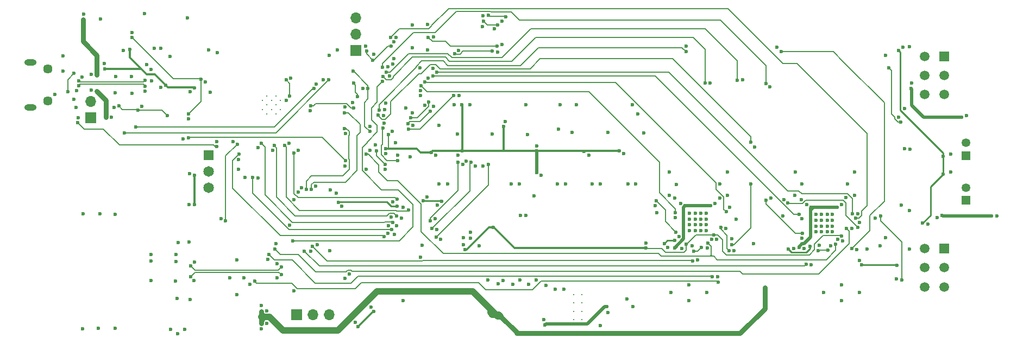
<source format=gbl>
G04 #@! TF.GenerationSoftware,KiCad,Pcbnew,7.0.5-4d25ed1034~172~ubuntu22.04.1*
G04 #@! TF.CreationDate,2023-05-31T11:26:29+02:00*
G04 #@! TF.ProjectId,Drawer_Controller,44726177-6572-45f4-936f-6e74726f6c6c,rev?*
G04 #@! TF.SameCoordinates,Original*
G04 #@! TF.FileFunction,Copper,L4,Bot*
G04 #@! TF.FilePolarity,Positive*
%FSLAX46Y46*%
G04 Gerber Fmt 4.6, Leading zero omitted, Abs format (unit mm)*
G04 Created by KiCad (PCBNEW 7.0.5-4d25ed1034~172~ubuntu22.04.1) date 2023-05-31 11:26:29*
%MOMM*%
%LPD*%
G01*
G04 APERTURE LIST*
G04 #@! TA.AperFunction,ComponentPad*
%ADD10C,0.300000*%
G04 #@! TD*
G04 #@! TA.AperFunction,ComponentPad*
%ADD11R,1.650000X1.650000*%
G04 #@! TD*
G04 #@! TA.AperFunction,ComponentPad*
%ADD12C,1.650000*%
G04 #@! TD*
G04 #@! TA.AperFunction,ComponentPad*
%ADD13R,1.700000X1.700000*%
G04 #@! TD*
G04 #@! TA.AperFunction,ComponentPad*
%ADD14O,1.700000X1.700000*%
G04 #@! TD*
G04 #@! TA.AperFunction,ComponentPad*
%ADD15R,1.520000X1.520000*%
G04 #@! TD*
G04 #@! TA.AperFunction,ComponentPad*
%ADD16C,1.520000*%
G04 #@! TD*
G04 #@! TA.AperFunction,ComponentPad*
%ADD17R,1.350000X1.350000*%
G04 #@! TD*
G04 #@! TA.AperFunction,ComponentPad*
%ADD18C,1.350000*%
G04 #@! TD*
G04 #@! TA.AperFunction,ComponentPad*
%ADD19C,1.450000*%
G04 #@! TD*
G04 #@! TA.AperFunction,ComponentPad*
%ADD20O,1.900000X0.950000*%
G04 #@! TD*
G04 #@! TA.AperFunction,ViaPad*
%ADD21C,0.600000*%
G04 #@! TD*
G04 #@! TA.AperFunction,Conductor*
%ADD22C,0.750000*%
G04 #@! TD*
G04 #@! TA.AperFunction,Conductor*
%ADD23C,0.180000*%
G04 #@! TD*
G04 #@! TA.AperFunction,Conductor*
%ADD24C,1.000000*%
G04 #@! TD*
G04 #@! TA.AperFunction,Conductor*
%ADD25C,0.350000*%
G04 #@! TD*
G04 #@! TA.AperFunction,Conductor*
%ADD26C,0.500000*%
G04 #@! TD*
G04 #@! TA.AperFunction,Conductor*
%ADD27C,0.250000*%
G04 #@! TD*
G04 #@! TA.AperFunction,Conductor*
%ADD28C,0.200000*%
G04 #@! TD*
G04 #@! TA.AperFunction,Conductor*
%ADD29C,0.153000*%
G04 #@! TD*
G04 APERTURE END LIST*
D10*
X204950000Y-142187500D03*
X206250000Y-142187500D03*
X204950000Y-143487500D03*
X206250000Y-143487500D03*
X204950000Y-144787500D03*
X206250000Y-144787500D03*
X204950000Y-146087500D03*
X206250000Y-146087500D03*
D11*
X148080000Y-120460000D03*
D12*
X148080000Y-123000000D03*
X148080000Y-125540000D03*
D13*
X161760000Y-145300000D03*
D14*
X164300000Y-145300000D03*
X166840000Y-145300000D03*
D10*
X157150000Y-111200000D03*
X158550000Y-111200000D03*
X156450000Y-111900000D03*
X157850000Y-111900000D03*
X159250000Y-111900000D03*
X157150000Y-112600000D03*
X158550000Y-112600000D03*
X156450000Y-113300000D03*
X157850000Y-113300000D03*
X159250000Y-113300000D03*
X157150000Y-114000000D03*
X158550000Y-114000000D03*
D15*
X262680000Y-105000000D03*
D16*
X262680000Y-108000000D03*
X262680000Y-111000000D03*
X259680000Y-105000000D03*
X259680000Y-108000000D03*
X259680000Y-111000000D03*
D13*
X171000000Y-104080000D03*
D14*
X171000000Y-101540000D03*
X171000000Y-99000000D03*
D13*
X129700000Y-114600000D03*
D14*
X129700000Y-112060000D03*
D17*
X266050000Y-120500000D03*
D18*
X266050000Y-118500000D03*
D15*
X262680000Y-135000000D03*
D16*
X262680000Y-138000000D03*
X262680000Y-141000000D03*
X259680000Y-135000000D03*
X259680000Y-138000000D03*
X259680000Y-141000000D03*
D17*
X266050000Y-127500000D03*
D18*
X266050000Y-125500000D03*
D19*
X123000000Y-107000000D03*
X123000000Y-112000000D03*
D20*
X120300000Y-106000000D03*
X120300000Y-113000000D03*
D21*
X184400000Y-127600000D03*
X246000000Y-128550000D03*
X166975000Y-135375000D03*
X135800000Y-103924500D03*
X226838887Y-132844568D03*
X249850000Y-137550000D03*
X168300000Y-127800000D03*
X171350000Y-147200000D03*
X145890000Y-109900000D03*
X177411472Y-128388528D03*
X145850000Y-128150000D03*
X173800000Y-144850000D03*
X255300000Y-137600000D03*
X145900000Y-123550000D03*
X188000000Y-135210500D03*
X255600000Y-104100000D03*
X262500000Y-123400000D03*
X246734292Y-133069776D03*
X216200000Y-134950000D03*
X259350000Y-131050000D03*
X222500000Y-134300000D03*
X192450000Y-131700000D03*
X131900000Y-106950000D03*
X141350000Y-109500000D03*
X262500000Y-120600000D03*
X181541840Y-127558160D03*
X198750000Y-126775000D03*
X222900000Y-143100000D03*
X136131474Y-101300712D03*
X223900000Y-129500000D03*
X233189500Y-119130594D03*
X133500000Y-110700000D03*
X149400000Y-104400000D03*
X160700000Y-131350000D03*
X223000000Y-129500000D03*
X140600000Y-103800000D03*
X226438891Y-133570254D03*
X190850000Y-122100000D03*
X129775500Y-110300000D03*
X136100000Y-110750000D03*
X183700000Y-128197074D03*
X158700000Y-139550000D03*
X165971150Y-108695170D03*
X202550000Y-116350000D03*
X145050497Y-128150000D03*
X153600000Y-139600000D03*
X166900000Y-104900000D03*
X162529118Y-125539814D03*
X197500000Y-112600000D03*
X248700000Y-123100000D03*
X257611365Y-109202856D03*
X139050000Y-136950000D03*
X243600000Y-132400000D03*
X154466547Y-140614845D03*
X176900000Y-105400000D03*
X222900000Y-140700000D03*
X169305646Y-122093916D03*
X227700000Y-127150000D03*
X187750000Y-133300000D03*
X257400000Y-119500000D03*
X139050000Y-140000000D03*
X179900000Y-115810500D03*
X210272146Y-144962808D03*
X229615335Y-133438517D03*
X187758530Y-134448335D03*
X137650000Y-112800000D03*
X270899503Y-129950000D03*
X225700000Y-141900000D03*
X158567519Y-134268245D03*
X193750000Y-99500000D03*
X227224695Y-133544822D03*
X157150000Y-144700000D03*
X192250000Y-117100000D03*
X224800000Y-132200000D03*
X205350000Y-112550000D03*
X246700000Y-140700000D03*
X193225000Y-140525000D03*
X178400000Y-143100000D03*
X224800000Y-129500000D03*
X249492452Y-136834903D03*
X160597571Y-118539361D03*
X142900000Y-140100000D03*
X220750000Y-127150000D03*
X177050000Y-132800000D03*
X196500000Y-124950000D03*
X175550000Y-122639003D03*
X246134500Y-133598411D03*
X138149500Y-110449497D03*
X255219861Y-139725906D03*
X242700000Y-130600000D03*
X220100000Y-141900000D03*
X145790847Y-140031089D03*
X240858411Y-134975500D03*
X161400000Y-127400000D03*
X214100000Y-112550000D03*
X164720493Y-125245828D03*
X163980360Y-135418741D03*
X245300000Y-131500000D03*
X178100000Y-130260500D03*
X194296928Y-115207680D03*
X244500000Y-129700000D03*
X187116840Y-111116840D03*
X253600000Y-133300000D03*
X237751506Y-127367827D03*
X182107174Y-126948074D03*
X176650000Y-116700000D03*
X173350000Y-144175500D03*
X207850000Y-124950000D03*
X249500000Y-141900000D03*
X186850000Y-117150000D03*
X183007218Y-106868660D03*
X176251806Y-108086619D03*
X240500000Y-124900000D03*
X139600000Y-103800000D03*
X152500000Y-136800000D03*
X242000000Y-137566840D03*
X188850000Y-133375000D03*
X160165662Y-111850000D03*
X247600000Y-124900000D03*
X138050000Y-98350000D03*
X204700000Y-116900000D03*
X128500000Y-129550000D03*
X220800000Y-130175500D03*
X172565172Y-103417005D03*
X185300000Y-124950000D03*
X181050000Y-111150000D03*
X228900000Y-123100000D03*
X142050000Y-105025000D03*
X245300000Y-132400000D03*
X186300000Y-112600000D03*
X164855585Y-109361012D03*
X142950000Y-137000000D03*
X176800000Y-106200000D03*
X193750000Y-103189500D03*
X133329646Y-113009988D03*
X263700000Y-120300000D03*
X243267519Y-134518245D03*
X227417297Y-139416383D03*
X243600000Y-130600000D03*
X256500000Y-119400000D03*
X213300000Y-142850000D03*
X244500000Y-130600000D03*
X186950000Y-120474500D03*
X169300000Y-139700000D03*
X186998494Y-104067826D03*
X145128669Y-123339637D03*
X244500000Y-132400000D03*
X193090474Y-104359525D03*
X251912626Y-130262626D03*
X189600000Y-122150000D03*
X144083160Y-117916840D03*
X145831160Y-137102444D03*
X190699196Y-100374196D03*
X177319635Y-131461000D03*
X140651109Y-109888272D03*
X247415967Y-127084033D03*
X197975000Y-140550000D03*
X133500000Y-147450000D03*
X197475000Y-129800000D03*
X193950000Y-139975000D03*
X179500000Y-120700000D03*
X144750000Y-99050000D03*
X184242320Y-133546928D03*
X125350000Y-104950000D03*
X200294662Y-146090087D03*
X236600000Y-103610500D03*
X131768563Y-106161376D03*
X257300000Y-135100000D03*
X225600000Y-130400000D03*
X155791515Y-119254977D03*
X227750000Y-124950000D03*
X245300000Y-129700000D03*
X199887673Y-123557812D03*
X257300000Y-103500000D03*
X170961204Y-146501400D03*
X228650906Y-131858466D03*
X161358160Y-141591840D03*
X199200000Y-119000497D03*
X151400000Y-139600000D03*
X230300000Y-130400000D03*
X246911223Y-133849456D03*
X263700000Y-123100000D03*
X188875000Y-132450000D03*
X175450500Y-115429500D03*
X183424509Y-120474500D03*
X242700000Y-129700000D03*
X127450000Y-110326000D03*
X239500000Y-123100000D03*
X202850000Y-112600000D03*
X158700000Y-137389500D03*
X162000000Y-126200000D03*
X181050000Y-110400000D03*
X177152516Y-118520407D03*
X229250000Y-128600000D03*
X243600000Y-131500000D03*
X139050000Y-135950000D03*
X152500000Y-142200000D03*
X225760839Y-134940175D03*
X182211116Y-104017547D03*
X250700000Y-135100000D03*
X223900000Y-131300000D03*
X248300000Y-131841245D03*
X176033691Y-106658131D03*
X131100000Y-129600000D03*
X174100000Y-118850000D03*
X173239002Y-115959300D03*
X219585357Y-134845311D03*
X157321384Y-136689090D03*
X156308102Y-147530986D03*
X168000000Y-126400000D03*
X160888002Y-108392499D03*
X223900000Y-132200000D03*
X252700000Y-134600000D03*
X143250000Y-148300000D03*
X191550000Y-139925000D03*
X176738621Y-127762832D03*
X181750000Y-112650000D03*
X261600000Y-130150000D03*
X196625000Y-129825000D03*
X223900000Y-130400000D03*
X145150000Y-142975000D03*
X125400000Y-107300000D03*
X217698086Y-128342980D03*
X149972159Y-130369163D03*
X217900000Y-129400000D03*
X210300000Y-116900000D03*
X181000000Y-106850000D03*
X255600000Y-114500000D03*
X229946219Y-135372384D03*
X170000000Y-139000000D03*
X219900000Y-123100000D03*
X209100000Y-147050000D03*
X249264789Y-129583442D03*
X221000000Y-125000000D03*
X190850000Y-98650000D03*
X225600000Y-129500000D03*
X196550000Y-139925000D03*
X181100000Y-136400000D03*
X240512812Y-133433518D03*
X149362913Y-118289330D03*
X153700000Y-123900000D03*
X245000000Y-134600000D03*
X192600000Y-100700000D03*
X207303939Y-120474500D03*
X127400000Y-112950000D03*
X243900000Y-141900000D03*
X223000000Y-131300000D03*
X231300000Y-108650000D03*
X143125000Y-142800000D03*
X240400000Y-127350000D03*
X129775500Y-107850000D03*
X147539602Y-109029702D03*
X155750000Y-124000000D03*
X225600000Y-132200000D03*
X235696212Y-127162995D03*
X195250000Y-124950000D03*
X130900000Y-147450000D03*
X248700000Y-126700000D03*
X187700000Y-121900000D03*
X256300000Y-103550000D03*
X225600000Y-131300000D03*
X202400000Y-124900000D03*
X199100000Y-139925000D03*
X176019493Y-132644597D03*
X224292134Y-136810538D03*
X139100000Y-107050000D03*
X156300000Y-143900000D03*
X132924500Y-114500000D03*
X213400000Y-124950000D03*
X202075000Y-141375000D03*
X164974082Y-134449995D03*
X175650000Y-120200000D03*
X151837087Y-118289330D03*
X232950000Y-134250000D03*
X216200000Y-134150497D03*
X260135317Y-131199938D03*
X183641467Y-132013067D03*
X256500000Y-113200000D03*
X176550000Y-130118885D03*
X163927616Y-113496219D03*
X219900000Y-126700000D03*
X245300000Y-130600000D03*
X242700000Y-131500000D03*
X209150000Y-124950000D03*
X169349502Y-112947236D03*
X124100000Y-110950000D03*
X170493205Y-112266023D03*
X177246073Y-102087607D03*
X144350000Y-147650000D03*
X178400000Y-128559385D03*
X179847938Y-113832936D03*
X175300000Y-114250000D03*
X133550000Y-108200000D03*
X246700000Y-143100000D03*
X197750000Y-117200000D03*
X173830466Y-104734962D03*
X168799446Y-128424306D03*
X223000000Y-132200000D03*
X175650000Y-112350000D03*
X128450000Y-147500000D03*
X188750000Y-112600000D03*
X223000000Y-130400000D03*
X246681149Y-128131383D03*
X145225500Y-110544722D03*
X167000000Y-125900000D03*
X177500000Y-120400000D03*
X249087060Y-135160643D03*
X253580500Y-104900000D03*
X168100000Y-104000000D03*
X127763067Y-114558533D03*
X128567071Y-98428075D03*
X228900000Y-126700000D03*
X172083408Y-110067089D03*
X131200000Y-99150000D03*
X226990593Y-127947154D03*
X173200000Y-119700000D03*
X181300000Y-134500000D03*
X235500000Y-109800000D03*
X136050000Y-108200000D03*
X162067822Y-119660434D03*
X215900000Y-116950000D03*
X169367519Y-117081755D03*
X184000000Y-124950000D03*
X176943740Y-102771045D03*
X188158533Y-121386933D03*
X144950000Y-114799503D03*
X152700000Y-122600000D03*
X221800000Y-135000000D03*
X152741840Y-121141840D03*
X176100000Y-131407570D03*
X222467089Y-103433408D03*
X182217500Y-100017500D03*
X183380594Y-130375292D03*
X256000000Y-128200000D03*
X239400000Y-126700000D03*
X226247147Y-109211319D03*
X241292641Y-128177379D03*
X143300000Y-134050000D03*
X133500000Y-129650000D03*
X221344742Y-133145304D03*
X182275000Y-108427660D03*
X157131714Y-146699500D03*
X128351619Y-108221774D03*
X145050000Y-134025000D03*
X134800000Y-104074500D03*
X214225000Y-144050000D03*
X183122238Y-102024300D03*
X179800000Y-100100000D03*
X195475000Y-140550000D03*
X257300000Y-129100000D03*
X223448909Y-134576874D03*
X214650000Y-124950000D03*
X243600000Y-129700000D03*
X224800000Y-130400000D03*
X158015470Y-119681207D03*
X242700000Y-132400000D03*
X224800000Y-131300000D03*
X138450000Y-106324500D03*
X172600000Y-122600000D03*
X240500000Y-130375500D03*
X178780300Y-113044840D03*
X175500000Y-113350000D03*
X190225000Y-134550000D03*
X237600000Y-129900000D03*
X212765097Y-120157549D03*
X148350000Y-110650000D03*
X148050000Y-103975000D03*
X221663665Y-127939942D03*
X142150000Y-147650000D03*
X203400000Y-141350000D03*
X214950000Y-114000000D03*
X139175000Y-108825000D03*
X203650000Y-124900000D03*
X183950000Y-115750000D03*
X179800000Y-103700000D03*
X127050000Y-111750000D03*
X183100000Y-112800000D03*
X249509975Y-130938534D03*
X266204977Y-114245023D03*
X244500000Y-131500000D03*
X142950000Y-135950000D03*
X239250500Y-134975500D03*
X200625000Y-140750000D03*
X170650000Y-109200000D03*
X265400000Y-114500000D03*
X174200000Y-119800000D03*
X176500000Y-103436100D03*
X199200000Y-123150000D03*
X175550000Y-121839500D03*
X128500000Y-99300000D03*
X262351367Y-129876776D03*
X130650000Y-110450000D03*
X270100000Y-129950000D03*
X171300000Y-111315100D03*
X187600000Y-119800000D03*
X132050000Y-114500000D03*
X199200000Y-119800000D03*
X173650000Y-105600000D03*
X130650000Y-107950000D03*
X172673680Y-104223681D03*
X182750000Y-120000000D03*
X194000000Y-115950000D03*
X175703182Y-119402268D03*
X206600000Y-119850000D03*
X212050000Y-119800000D03*
X176050000Y-117250000D03*
X257550000Y-110000000D03*
X187550000Y-112600000D03*
X179200000Y-116400000D03*
X256100000Y-139900000D03*
X252775500Y-129900000D03*
X186275000Y-111125000D03*
X179150000Y-115500000D03*
X182600000Y-113600000D03*
X179600000Y-114631000D03*
X182381089Y-112159153D03*
X192300000Y-145300000D03*
X242000000Y-128550000D03*
X156250000Y-145700000D03*
X192000000Y-144450000D03*
X220700000Y-134900000D03*
X193500000Y-145550000D03*
X234750000Y-142650000D03*
X234750000Y-141900000D03*
X156250000Y-146650000D03*
X156250000Y-144800000D03*
X222350000Y-128350000D03*
X240066118Y-134868377D03*
X234750000Y-141100000D03*
X226300000Y-128350000D03*
X136150000Y-102100000D03*
X146900000Y-108550000D03*
X144950000Y-114000000D03*
X127100000Y-107650000D03*
X126100000Y-110550000D03*
X127800000Y-109600000D03*
X138146451Y-109650000D03*
X138150000Y-108750000D03*
X127800000Y-108800497D03*
X134086672Y-112752856D03*
X141600000Y-114250000D03*
X137100000Y-113450000D03*
X161150000Y-133800000D03*
X175122564Y-108962775D03*
X186433160Y-104633160D03*
X192302411Y-104224761D03*
X190900000Y-99500000D03*
X193137804Y-100108416D03*
X177500000Y-121250000D03*
X175204675Y-116190272D03*
X194377952Y-98820655D03*
X254100000Y-106800000D03*
X255914939Y-115234859D03*
X191702762Y-98577473D03*
X182300000Y-102069800D03*
X192984366Y-103419737D03*
X134900000Y-116950000D03*
X166800000Y-108700000D03*
X136750000Y-116000000D03*
X164450000Y-110050000D03*
X144900000Y-117700000D03*
X169400000Y-121300000D03*
X127650000Y-115350000D03*
X149344505Y-119088620D03*
X220800000Y-129375997D03*
X181171726Y-109601908D03*
X245758474Y-134347175D03*
X172634666Y-120265334D03*
X225889500Y-134151092D03*
X232600000Y-124900000D03*
X229557080Y-134397583D03*
X174479265Y-114213410D03*
X232600000Y-118400000D03*
X240130430Y-129666541D03*
X183003725Y-108062595D03*
X248312500Y-134962500D03*
X222450000Y-104250000D03*
X237300000Y-104250000D03*
X174623056Y-113426944D03*
X173175655Y-116756289D03*
X172900000Y-110050000D03*
X170550000Y-107350000D03*
X170650000Y-113050000D03*
X164000000Y-112700000D03*
X164100000Y-125750000D03*
X169200000Y-113800000D03*
X163300497Y-125750000D03*
X169200000Y-116300000D03*
X234900000Y-109250000D03*
X175200000Y-106700000D03*
X234950000Y-127450000D03*
X240645023Y-132645023D03*
X225450000Y-109150000D03*
X220900000Y-132424500D03*
X217800000Y-127550000D03*
X175215934Y-108128590D03*
X248876358Y-130282245D03*
X176400000Y-102100000D03*
X175750000Y-107464209D03*
X230450000Y-108750000D03*
X177414227Y-127335326D03*
X161400000Y-120100000D03*
X160150000Y-108700000D03*
X160700000Y-111200000D03*
X177349802Y-129913081D03*
X158275000Y-118925000D03*
X159900000Y-118930000D03*
X179200000Y-129010500D03*
X176577370Y-132071903D03*
X154900000Y-123950000D03*
X188950000Y-121500000D03*
X182850000Y-131900000D03*
X183500000Y-133250000D03*
X175400000Y-133150000D03*
X152800000Y-120250000D03*
X191650000Y-121900000D03*
X152510265Y-118720648D03*
X227450634Y-140215190D03*
X249200000Y-131675500D03*
X155250000Y-140100000D03*
X150700000Y-130700000D03*
X238316840Y-127933160D03*
X186950000Y-121500000D03*
X156250000Y-118600000D03*
X176750000Y-130900000D03*
X182650000Y-130700000D03*
X157450000Y-135900000D03*
X226550000Y-139400000D03*
X229150000Y-135300000D03*
X227866378Y-131704452D03*
X247490109Y-131841745D03*
X158400000Y-135050000D03*
X241210026Y-137443773D03*
X243100000Y-135300000D03*
X162950000Y-135400000D03*
X244588659Y-135285567D03*
X224828497Y-134833167D03*
X223706452Y-135392345D03*
X223500000Y-136950000D03*
X164200000Y-134650000D03*
X228711037Y-129252981D03*
X181733031Y-109032575D03*
X248400000Y-129600000D03*
X183608160Y-107458160D03*
X200500000Y-146900000D03*
X210125000Y-144075000D03*
X219100000Y-134200000D03*
X220749500Y-133741128D03*
X238400000Y-135100000D03*
X241755707Y-134638447D03*
X145300000Y-137700000D03*
X159400000Y-137900000D03*
X145300000Y-139400000D03*
X159400000Y-139100000D03*
D22*
X234750000Y-142650000D02*
X234750000Y-141900000D01*
X234750000Y-141100000D02*
X234750000Y-141900000D01*
X234750000Y-141900000D02*
X234750000Y-142300000D01*
D23*
X232600000Y-124900000D02*
X232600000Y-131775000D01*
X232600000Y-131775000D02*
X229977417Y-134397583D01*
X229977417Y-134397583D02*
X229557080Y-134397583D01*
D22*
X156250000Y-146650000D02*
X156250000Y-146250000D01*
X156250000Y-146250000D02*
X156800000Y-145700000D01*
D24*
X156250000Y-145700000D02*
X156800000Y-145700000D01*
X156800000Y-145700000D02*
X157546428Y-145700000D01*
D22*
X156250000Y-144800000D02*
X156250000Y-145150000D01*
X156250000Y-145150000D02*
X156800000Y-145700000D01*
X156250000Y-144800000D02*
X156250000Y-145700000D01*
X156250000Y-146650000D02*
X156250000Y-145700000D01*
D25*
X192450000Y-131700000D02*
X191775000Y-131700000D01*
X191775000Y-131700000D02*
X188264500Y-135210500D01*
X188264500Y-135210500D02*
X188000000Y-135210500D01*
X192450000Y-131700000D02*
X192500000Y-131700000D01*
X192500000Y-131700000D02*
X195750000Y-134950000D01*
X195750000Y-134950000D02*
X216200000Y-134950000D01*
D23*
X227866378Y-131704452D02*
X227866378Y-131966378D01*
X227866378Y-131966378D02*
X228850000Y-132950000D01*
X228850000Y-132950000D02*
X228850000Y-135000000D01*
X228850000Y-135000000D02*
X229150000Y-135300000D01*
D26*
X220700000Y-134900000D02*
X222100000Y-133500000D01*
X222100000Y-133500000D02*
X222100000Y-128600000D01*
X222100000Y-128600000D02*
X222350000Y-128350000D01*
D23*
X219300000Y-135600000D02*
X222125000Y-135600000D01*
X216250000Y-135000000D02*
X218700000Y-135000000D01*
X218700000Y-135000000D02*
X219300000Y-135600000D01*
X222125000Y-135600000D02*
X222500000Y-135225000D01*
X222500000Y-135225000D02*
X222500000Y-134300000D01*
X158275000Y-118925000D02*
X158650000Y-119300000D01*
X176220615Y-129529385D02*
X176966106Y-129529385D01*
X158650000Y-119300000D02*
X158650000Y-127000000D01*
X158650000Y-127000000D02*
X161550000Y-129900000D01*
X161550000Y-129900000D02*
X175850000Y-129900000D01*
X175850000Y-129900000D02*
X176220615Y-129529385D01*
X176966106Y-129529385D02*
X177349802Y-129913081D01*
X144900000Y-117700000D02*
X144950000Y-117650000D01*
X144950000Y-117650000D02*
X165750000Y-117650000D01*
X165750000Y-117650000D02*
X169400000Y-121300000D01*
X191650000Y-121900000D02*
X191647720Y-121902280D01*
X191647720Y-121902280D02*
X191647720Y-125102280D01*
X191647720Y-125102280D02*
X183500000Y-133250000D01*
X234900000Y-109250000D02*
X234900000Y-106450000D01*
X191947149Y-97987473D02*
X186662527Y-97987473D01*
X234900000Y-106450000D02*
X227800000Y-99350000D01*
X227800000Y-99350000D02*
X196500000Y-99350000D01*
X183350000Y-101300000D02*
X180000000Y-101300000D01*
X196500000Y-99350000D02*
X195250000Y-98100000D01*
X195250000Y-98100000D02*
X192059676Y-98100000D01*
X180000000Y-101300000D02*
X175200000Y-106100000D01*
X192059676Y-98100000D02*
X191947149Y-97987473D01*
X186662527Y-97987473D02*
X183350000Y-101300000D01*
X175200000Y-106100000D02*
X175200000Y-106700000D01*
X194377952Y-98820655D02*
X194307297Y-98750000D01*
X194307297Y-98750000D02*
X191875289Y-98750000D01*
X191875289Y-98750000D02*
X191702762Y-98577473D01*
X193137804Y-100108416D02*
X191508416Y-100108416D01*
X191508416Y-100108416D02*
X190900000Y-99500000D01*
D27*
X168300000Y-127800000D02*
X168350000Y-127750000D01*
X168350000Y-127750000D02*
X175841905Y-127750000D01*
X175841905Y-127750000D02*
X176480433Y-128388528D01*
X176480433Y-128388528D02*
X177411472Y-128388528D01*
D23*
X181171726Y-109601908D02*
X182069818Y-110500000D01*
X182069818Y-110500000D02*
X207300000Y-110500000D01*
X207300000Y-110500000D02*
X218300000Y-121500000D01*
X218300000Y-121500000D02*
X218300000Y-126300000D01*
X218300000Y-126300000D02*
X220800000Y-128800000D01*
X220800000Y-128800000D02*
X220800000Y-129375997D01*
X228200000Y-135450000D02*
X228200000Y-133685740D01*
X246672927Y-133008411D02*
X243841589Y-133008411D01*
D25*
X137550000Y-106950000D02*
X137575000Y-106975000D01*
D27*
X262500000Y-120083884D02*
X262500000Y-120600000D01*
X259350000Y-131050000D02*
X260550000Y-129850000D01*
D23*
X228200000Y-133685740D02*
X227358828Y-132844568D01*
D27*
X255850000Y-104350000D02*
X255850000Y-113433884D01*
X255850000Y-113433884D02*
X262500000Y-120083884D01*
X262500000Y-123400000D02*
X262500000Y-120600000D01*
D25*
X137575000Y-106975000D02*
X138450000Y-107850000D01*
X145859722Y-109869722D02*
X141719722Y-109869722D01*
X145900000Y-123550000D02*
X145900000Y-128100000D01*
X145890000Y-109900000D02*
X145859722Y-109869722D01*
X138450000Y-107850000D02*
X139700000Y-107850000D01*
X173700000Y-144850000D02*
X171700000Y-146850000D01*
D27*
X255600000Y-104100000D02*
X255850000Y-104350000D01*
D25*
X139700000Y-107850000D02*
X141350000Y-109500000D01*
D23*
X242500000Y-135200000D02*
X241685000Y-136015000D01*
X224030432Y-132844568D02*
X222575000Y-134300000D01*
D27*
X255250000Y-137550000D02*
X255300000Y-137600000D01*
D25*
X135800000Y-103924500D02*
X135800000Y-105200000D01*
D23*
X222575000Y-134300000D02*
X222500000Y-134300000D01*
D27*
X260550000Y-129850000D02*
X260550000Y-125350000D01*
D23*
X243841589Y-133008411D02*
X242500000Y-134350000D01*
D25*
X141719722Y-109869722D02*
X141350000Y-109500000D01*
D27*
X260550000Y-125350000D02*
X262500000Y-123400000D01*
D25*
X131900000Y-106950000D02*
X137550000Y-106950000D01*
D23*
X241685000Y-136015000D02*
X228765000Y-136015000D01*
X228765000Y-136015000D02*
X228200000Y-135450000D01*
X226838887Y-132844568D02*
X224030432Y-132844568D01*
D25*
X173800000Y-144850000D02*
X173700000Y-144850000D01*
D27*
X181556254Y-127572574D02*
X184372574Y-127572574D01*
D25*
X145900000Y-128100000D02*
X145850000Y-128150000D01*
X171350000Y-147200000D02*
X171700000Y-146850000D01*
D23*
X242500000Y-134350000D02*
X242500000Y-135200000D01*
X227358828Y-132844568D02*
X226838887Y-132844568D01*
D25*
X135800000Y-105200000D02*
X137575000Y-106975000D01*
D27*
X181541840Y-127558160D02*
X181556254Y-127572574D01*
D23*
X246734292Y-133069776D02*
X246672927Y-133008411D01*
D27*
X249850000Y-137550000D02*
X255250000Y-137550000D01*
D25*
X187550000Y-112600000D02*
X187600000Y-112650000D01*
D28*
X175977150Y-103436100D02*
X173813250Y-105600000D01*
D26*
X132050000Y-114500000D02*
X132050000Y-114450000D01*
D28*
X170950000Y-109500000D02*
X170950000Y-110650000D01*
D26*
X257550000Y-110050000D02*
X257550000Y-110000000D01*
D25*
X206650000Y-119800000D02*
X209600000Y-119800000D01*
D22*
X128500000Y-102700000D02*
X128500000Y-99300000D01*
D25*
X209600000Y-119800000D02*
X212050000Y-119800000D01*
X176050000Y-119450000D02*
X180500000Y-119450000D01*
X194000000Y-119800000D02*
X199200000Y-119800000D01*
D22*
X132050000Y-111850000D02*
X130650000Y-110450000D01*
D25*
X194000000Y-119800000D02*
X194000000Y-115950000D01*
D28*
X174200000Y-120489500D02*
X175550000Y-121839500D01*
D26*
X257600000Y-110100000D02*
X257550000Y-110050000D01*
X257500000Y-110000000D02*
X257550000Y-110050000D01*
D25*
X182950000Y-119800000D02*
X187600000Y-119800000D01*
D26*
X199200000Y-123150000D02*
X199200000Y-119800000D01*
X257600000Y-112650000D02*
X257600000Y-110100000D01*
D25*
X206600000Y-119850000D02*
X206650000Y-119800000D01*
X212050000Y-119800000D02*
X211950000Y-119800000D01*
D28*
X176500000Y-103436100D02*
X175977150Y-103436100D01*
X176050000Y-117250000D02*
X176050000Y-119450000D01*
D25*
X180500000Y-119450000D02*
X181050000Y-120000000D01*
X181050000Y-120000000D02*
X182750000Y-120000000D01*
D26*
X259450000Y-114500000D02*
X257600000Y-112650000D01*
D25*
X175703182Y-119402268D02*
X175750914Y-119450000D01*
D26*
X257550000Y-110000000D02*
X257500000Y-110000000D01*
D28*
X170650000Y-109200000D02*
X170950000Y-109500000D01*
D22*
X130650000Y-107950000D02*
X130650000Y-104850000D01*
D26*
X262424591Y-129950000D02*
X262351367Y-129876776D01*
D28*
X172673680Y-104623680D02*
X173650000Y-105600000D01*
D22*
X130650000Y-104850000D02*
X128500000Y-102700000D01*
D28*
X174200000Y-119800000D02*
X174200000Y-120489500D01*
X171300000Y-111000000D02*
X171300000Y-111315100D01*
D25*
X199200000Y-119800000D02*
X206550000Y-119800000D01*
D22*
X132050000Y-114500000D02*
X132050000Y-111850000D01*
D26*
X270100000Y-129950000D02*
X262424591Y-129950000D01*
D28*
X172673680Y-104223681D02*
X172673680Y-104623680D01*
D25*
X175703182Y-119402268D02*
X175685948Y-119402268D01*
D28*
X170950000Y-110650000D02*
X171300000Y-111000000D01*
D25*
X187600000Y-112650000D02*
X187600000Y-119800000D01*
X206550000Y-119800000D02*
X206600000Y-119850000D01*
X187600000Y-119800000D02*
X194000000Y-119800000D01*
X175750914Y-119450000D02*
X176050000Y-119450000D01*
D28*
X173813250Y-105600000D02*
X173650000Y-105600000D01*
D26*
X265400000Y-114500000D02*
X259450000Y-114500000D01*
D23*
X256100000Y-134000000D02*
X256100000Y-139900000D01*
X252775500Y-129900000D02*
X252775500Y-130675500D01*
X186275000Y-111125000D02*
X181000000Y-116400000D01*
X252775500Y-130675500D02*
X256100000Y-134000000D01*
X181000000Y-116400000D02*
X179200000Y-116400000D01*
X182600000Y-113600000D02*
X180979500Y-115220500D01*
X180979500Y-115220500D02*
X179429500Y-115220500D01*
X179429500Y-115220500D02*
X179150000Y-115500000D01*
X182381089Y-112159153D02*
X182381089Y-112853298D01*
X182381089Y-112853298D02*
X180603387Y-114631000D01*
X180603387Y-114631000D02*
X179600000Y-114631000D01*
D26*
X241900000Y-128650000D02*
X242000000Y-128550000D01*
X240066118Y-134868377D02*
X240066118Y-134707132D01*
X241900000Y-129000000D02*
X241900000Y-128950000D01*
D22*
X196050000Y-148250000D02*
X230900000Y-148250000D01*
X234750000Y-144400000D02*
X234750000Y-142650000D01*
D24*
X192000000Y-144450000D02*
X192000000Y-145000000D01*
D26*
X240547750Y-134225500D02*
X240874500Y-134225500D01*
X241900000Y-133200000D02*
X241900000Y-129000000D01*
D24*
X192300000Y-145300000D02*
X193250000Y-145300000D01*
D26*
X240874500Y-134225500D02*
X241900000Y-133200000D01*
X244500000Y-128550000D02*
X246000000Y-128550000D01*
X222350000Y-128350000D02*
X223900000Y-128350000D01*
D22*
X193500000Y-145550000D02*
X193550000Y-145550000D01*
D24*
X174300000Y-141700000D02*
X189250000Y-141700000D01*
X189250000Y-141700000D02*
X192000000Y-144450000D01*
X157546428Y-145700000D02*
X159646428Y-147800000D01*
D26*
X223900000Y-128350000D02*
X226300000Y-128350000D01*
D22*
X230900000Y-148250000D02*
X234750000Y-144400000D01*
D24*
X193500000Y-145550000D02*
X193100000Y-145550000D01*
D26*
X241900000Y-128950000D02*
X242300000Y-128550000D01*
X242000000Y-128550000D02*
X242300000Y-128550000D01*
D22*
X193550000Y-145550000D02*
X196050000Y-148050000D01*
D24*
X159646428Y-147800000D02*
X168200000Y-147800000D01*
X192000000Y-145000000D02*
X192300000Y-145300000D01*
X193100000Y-145550000D02*
X192000000Y-144450000D01*
X193250000Y-145300000D02*
X193500000Y-145550000D01*
D26*
X242300000Y-128550000D02*
X244500000Y-128550000D01*
X240066118Y-134707132D02*
X240547750Y-134225500D01*
X241900000Y-129000000D02*
X241900000Y-128650000D01*
X246000000Y-128550000D02*
X245950000Y-128550000D01*
D24*
X168200000Y-147800000D02*
X174300000Y-141700000D01*
D23*
X144950000Y-114000000D02*
X146900000Y-112050000D01*
X146900000Y-112050000D02*
X146900000Y-108550000D01*
X136150000Y-102100000D02*
X142550000Y-108500000D01*
X142550000Y-108500000D02*
X146850000Y-108500000D01*
X146850000Y-108500000D02*
X146900000Y-108550000D01*
X126100000Y-108650000D02*
X127100000Y-107650000D01*
X126100000Y-110550000D02*
X126100000Y-108650000D01*
D29*
X137874700Y-109378249D02*
X138146451Y-109650000D01*
X128021751Y-109378249D02*
X137874700Y-109378249D01*
X127800000Y-109600000D02*
X128021751Y-109378249D01*
X127800000Y-108800497D02*
X128021752Y-109022249D01*
X128021752Y-109022249D02*
X137877751Y-109022249D01*
X137877751Y-109022249D02*
X138150000Y-108750000D01*
D23*
X137100000Y-113450000D02*
X140800000Y-113450000D01*
X134086672Y-112752856D02*
X134633816Y-113300000D01*
X140800000Y-113450000D02*
X141600000Y-114250000D01*
X134633816Y-113300000D02*
X136950000Y-113300000D01*
X136950000Y-113300000D02*
X137100000Y-113450000D01*
X172010000Y-122844387D02*
X175015613Y-125850000D01*
X172010000Y-119240000D02*
X172010000Y-122844387D01*
X179900000Y-131650000D02*
X177750000Y-133800000D01*
X174350000Y-112150000D02*
X173450000Y-113050000D01*
X174350000Y-109735339D02*
X174350000Y-112150000D01*
X173450000Y-114900000D02*
X174350000Y-115800000D01*
X172750000Y-118400000D02*
X172750000Y-118500000D01*
X179900000Y-128150000D02*
X179900000Y-131650000D01*
X175122564Y-108962775D02*
X174350000Y-109735339D01*
X177600000Y-125850000D02*
X179900000Y-128150000D01*
X173450000Y-113050000D02*
X173450000Y-114900000D01*
X172750000Y-118500000D02*
X172010000Y-119240000D01*
X174350000Y-115800000D02*
X174350000Y-116800000D01*
X174350000Y-116800000D02*
X172750000Y-118400000D01*
X177750000Y-133800000D02*
X161150000Y-133800000D01*
X175015613Y-125850000D02*
X177600000Y-125850000D01*
X192302411Y-104224761D02*
X192277650Y-104200000D01*
X187700707Y-104200000D02*
X187242881Y-104657826D01*
X187242881Y-104657826D02*
X186457826Y-104657826D01*
X186457826Y-104657826D02*
X186433160Y-104633160D01*
X192277650Y-104200000D02*
X187700707Y-104200000D01*
X175204675Y-116190272D02*
X175200000Y-116194947D01*
X175000000Y-118950000D02*
X175000000Y-120384387D01*
X175865613Y-121250000D02*
X177500000Y-121250000D01*
X175200000Y-118750000D02*
X175000000Y-118950000D01*
X175200000Y-116194947D02*
X175200000Y-118750000D01*
X175000000Y-120384387D02*
X175865613Y-121250000D01*
X255010000Y-114744387D02*
X255500472Y-115234859D01*
X255500472Y-115234859D02*
X255914939Y-115234859D01*
X254500000Y-114000000D02*
X255010000Y-114510000D01*
X254100000Y-106800000D02*
X254500000Y-107200000D01*
X255010000Y-114510000D02*
X255010000Y-114744387D01*
X254500000Y-107200000D02*
X254500000Y-114000000D01*
X192964629Y-103400000D02*
X185700000Y-103400000D01*
X185700000Y-103400000D02*
X185000000Y-102700000D01*
X185000000Y-102700000D02*
X182930200Y-102700000D01*
X182930200Y-102700000D02*
X182300000Y-102069800D01*
X192984366Y-103419737D02*
X192964629Y-103400000D01*
X158550000Y-116950000D02*
X166800000Y-108700000D01*
X134900000Y-116950000D02*
X158550000Y-116950000D01*
X164450000Y-110050000D02*
X164400000Y-110100000D01*
X158350000Y-116000000D02*
X164300000Y-110050000D01*
X136750000Y-116000000D02*
X158350000Y-116000000D01*
X164300000Y-110050000D02*
X164450000Y-110050000D01*
X149045740Y-119079112D02*
X148816628Y-118850000D01*
X134150000Y-118850000D02*
X131650000Y-116350000D01*
X128650000Y-116350000D02*
X127650000Y-115350000D01*
X149334997Y-119079112D02*
X149045740Y-119079112D01*
X148816628Y-118850000D02*
X134150000Y-118850000D01*
X131650000Y-116350000D02*
X128650000Y-116350000D01*
X149344505Y-119088620D02*
X149334997Y-119079112D01*
X226400000Y-136000000D02*
X226200000Y-136200000D01*
X218600000Y-136200000D02*
X226200000Y-136200000D01*
X225889500Y-134151092D02*
X226400000Y-134661592D01*
X244300000Y-136750000D02*
X227350000Y-136750000D01*
X226200000Y-136200000D02*
X226550000Y-136200000D01*
X181200000Y-128050000D02*
X181200000Y-132400000D01*
X226400000Y-136050000D02*
X226550000Y-136200000D01*
X174600000Y-123050000D02*
X175950000Y-124400000D01*
X174600000Y-121950000D02*
X174600000Y-123050000D01*
X226400000Y-134661592D02*
X226400000Y-136000000D01*
X227350000Y-136750000D02*
X226800000Y-136200000D01*
X218200000Y-135800000D02*
X218600000Y-136200000D01*
X177550000Y-124400000D02*
X181200000Y-128050000D01*
X172634666Y-120265334D02*
X172915334Y-120265334D01*
X181200000Y-132400000D02*
X184600000Y-135800000D01*
X226400000Y-136000000D02*
X226400000Y-136050000D01*
X245758474Y-135291526D02*
X244300000Y-136750000D01*
X245758474Y-134347175D02*
X245758474Y-135291526D01*
X184600000Y-135800000D02*
X218200000Y-135800000D01*
X172915334Y-120265334D02*
X174600000Y-121950000D01*
X175950000Y-124400000D02*
X177550000Y-124400000D01*
X226550000Y-136200000D02*
X226800000Y-136200000D01*
X232600000Y-117600000D02*
X232600000Y-118400000D01*
X220400000Y-105400000D02*
X232600000Y-117600000D01*
X176400000Y-113984387D02*
X176400000Y-112100000D01*
X174479265Y-114263652D02*
X175055613Y-114840000D01*
X176400000Y-112100000D02*
X180800000Y-107700000D01*
X199750000Y-105400000D02*
X220400000Y-105400000D01*
X175055613Y-114840000D02*
X175544387Y-114840000D01*
X198200000Y-106950000D02*
X199750000Y-105400000D01*
X184150000Y-106950000D02*
X198200000Y-106950000D01*
X182571340Y-106278660D02*
X183478660Y-106278660D01*
X183478660Y-106278660D02*
X184150000Y-106950000D01*
X174479265Y-114213410D02*
X174479265Y-114263652D01*
X175544387Y-114840000D02*
X176400000Y-113984387D01*
X181150000Y-107700000D02*
X182571340Y-106278660D01*
X180800000Y-107700000D02*
X181150000Y-107700000D01*
X183028391Y-108087261D02*
X217637261Y-108087261D01*
X239216541Y-129666541D02*
X240130430Y-129666541D01*
X183003725Y-108062595D02*
X183028391Y-108087261D01*
X217637261Y-108087261D02*
X239216541Y-129666541D01*
X221850000Y-103650000D02*
X199450000Y-103650000D01*
X196650000Y-106450000D02*
X185300000Y-106450000D01*
X253350000Y-112200000D02*
X247075000Y-105925000D01*
X251100000Y-132175000D02*
X251100000Y-129850000D01*
X222450000Y-104250000D02*
X221850000Y-103650000D01*
X180410000Y-106755613D02*
X174623056Y-112542557D01*
X237300000Y-104250000D02*
X245400000Y-104250000D01*
X245400000Y-104250000D02*
X247075000Y-105925000D01*
X174623056Y-112542557D02*
X174623056Y-113426944D01*
X199450000Y-103650000D02*
X196650000Y-106450000D01*
X181265613Y-105750000D02*
X180410000Y-106605613D01*
X253350000Y-127600000D02*
X253350000Y-112200000D01*
X248312500Y-134962500D02*
X251100000Y-132175000D01*
X185300000Y-106450000D02*
X184600000Y-105750000D01*
X180410000Y-106605613D02*
X180410000Y-106755613D01*
X184600000Y-105750000D02*
X181265613Y-105750000D01*
X251100000Y-129850000D02*
X253350000Y-127600000D01*
X172350000Y-112200000D02*
X172350000Y-115930634D01*
X172350000Y-115930634D02*
X173175655Y-116756289D01*
X172900000Y-109600000D02*
X170650000Y-107350000D01*
X170650000Y-107350000D02*
X170550000Y-107350000D01*
X172900000Y-110050000D02*
X172900000Y-111650000D01*
X172900000Y-110050000D02*
X172900000Y-109600000D01*
X172900000Y-111650000D02*
X172350000Y-112200000D01*
X164433890Y-112700000D02*
X164000000Y-112700000D01*
X164776654Y-112357236D02*
X169593889Y-112357236D01*
X169593889Y-112357236D02*
X170286653Y-113050000D01*
X164433890Y-112700000D02*
X164776654Y-112357236D01*
X170286653Y-113050000D02*
X170650000Y-113050000D01*
X169400000Y-124650000D02*
X171200000Y-122850000D01*
X171200000Y-122850000D02*
X171200000Y-117400000D01*
X164100000Y-125031934D02*
X164481934Y-124650000D01*
X164481934Y-124650000D02*
X169400000Y-124650000D01*
X164100000Y-125750000D02*
X164100000Y-125031934D01*
X171200000Y-117400000D02*
X171700000Y-116900000D01*
X169850000Y-113800000D02*
X169200000Y-113800000D01*
X171700000Y-115650000D02*
X169850000Y-113800000D01*
X171700000Y-116900000D02*
X171700000Y-115650000D01*
X169957519Y-116757519D02*
X169500000Y-116300000D01*
X169957519Y-117326142D02*
X169957519Y-116757519D01*
X169950000Y-117333661D02*
X169957519Y-117326142D01*
X169990000Y-122660000D02*
X169990000Y-121055613D01*
X164100000Y-123700000D02*
X168950000Y-123700000D01*
X163300497Y-125750000D02*
X163300497Y-124499503D01*
X163300497Y-124499503D02*
X164100000Y-123700000D01*
X169500000Y-116300000D02*
X169200000Y-116300000D01*
X169990000Y-121055613D02*
X169950000Y-121015613D01*
X169950000Y-121015613D02*
X169950000Y-117333661D01*
X168950000Y-123700000D02*
X169990000Y-122660000D01*
X240645023Y-132645023D02*
X239510636Y-132645023D01*
X239510636Y-132645023D02*
X234950000Y-128084387D01*
X234950000Y-128084387D02*
X234950000Y-127450000D01*
X199050000Y-102100000D02*
X223600000Y-102100000D01*
X217800000Y-127550000D02*
X219250000Y-129000000D01*
X185600000Y-105800000D02*
X195350000Y-105800000D01*
X175215934Y-108128590D02*
X175763963Y-108676619D01*
X219250000Y-130774500D02*
X220900000Y-132424500D01*
X219250000Y-129000000D02*
X219250000Y-130774500D01*
X176496193Y-108676619D02*
X176841806Y-108331006D01*
X223600000Y-102100000D02*
X225450000Y-103950000D01*
X225450000Y-103950000D02*
X225450000Y-109150000D01*
X176841806Y-108331006D02*
X176841806Y-108158194D01*
X176841806Y-108158194D02*
X179850000Y-105150000D01*
X184950000Y-105150000D02*
X185600000Y-105800000D01*
X175763963Y-108676619D02*
X176496193Y-108676619D01*
X179850000Y-105150000D02*
X184950000Y-105150000D01*
X195350000Y-105800000D02*
X199050000Y-102100000D01*
X239750000Y-106100000D02*
X250700000Y-117050000D01*
X249854789Y-129145211D02*
X249854789Y-129827829D01*
X182807500Y-100261887D02*
X182807500Y-100192500D01*
X228965613Y-97550000D02*
X237515613Y-106100000D01*
X185450000Y-97550000D02*
X228965613Y-97550000D01*
X182319387Y-100750000D02*
X182807500Y-100261887D01*
X176400000Y-102100000D02*
X177750000Y-100750000D01*
X250700000Y-128300000D02*
X249854789Y-129145211D01*
X249854789Y-129827829D02*
X249400373Y-130282245D01*
X237515613Y-106100000D02*
X239750000Y-106100000D01*
X177750000Y-100750000D02*
X182319387Y-100750000D01*
X250700000Y-117050000D02*
X250700000Y-128300000D01*
X249400373Y-130282245D02*
X248876358Y-130282245D01*
X182807500Y-100192500D02*
X185450000Y-97550000D01*
X230450000Y-105700000D02*
X225450000Y-100700000D01*
X186700707Y-105200000D02*
X186677547Y-105223160D01*
X181959182Y-104600000D02*
X179234387Y-104600000D01*
X225450000Y-100700000D02*
X198250000Y-100700000D01*
X186677547Y-105223160D02*
X185973160Y-105223160D01*
X230450000Y-108750000D02*
X230450000Y-105700000D01*
X182463050Y-104600000D02*
X182455503Y-104607547D01*
X193750000Y-105200000D02*
X186700707Y-105200000D01*
X198250000Y-100700000D02*
X193750000Y-105200000D01*
X179234387Y-104600000D02*
X176370178Y-107464209D01*
X185350000Y-104600000D02*
X182463050Y-104600000D01*
X182455503Y-104607547D02*
X181966729Y-104607547D01*
X181966729Y-104607547D02*
X181959182Y-104600000D01*
X185973160Y-105223160D02*
X185350000Y-104600000D01*
X176370178Y-107464209D02*
X175750000Y-107464209D01*
X161400000Y-126434387D02*
X161400000Y-120100000D01*
X160700000Y-110200000D02*
X160700000Y-111200000D01*
X177414227Y-127335326D02*
X177128901Y-127050000D01*
X162015613Y-127050000D02*
X161400000Y-126434387D01*
X160700000Y-109250000D02*
X160700000Y-110200000D01*
X160150000Y-108700000D02*
X160700000Y-109250000D01*
X177128901Y-127050000D02*
X162015613Y-127050000D01*
X159900000Y-118930000D02*
X160150000Y-119180000D01*
X177238557Y-129050000D02*
X162215613Y-129050000D01*
X179200000Y-129010500D02*
X179061115Y-129149385D01*
X162215613Y-129050000D02*
X160150000Y-126984387D01*
X179061115Y-129149385D02*
X177337942Y-129149385D01*
X177337942Y-129149385D02*
X177238557Y-129050000D01*
X160150000Y-126984387D02*
X160150000Y-119180000D01*
X188750000Y-121700000D02*
X188950000Y-121500000D01*
X154900000Y-123950000D02*
X154900000Y-126384387D01*
X176560064Y-132054597D02*
X176577370Y-132071903D01*
X182850000Y-131900000D02*
X188750000Y-126000000D01*
X188750000Y-126000000D02*
X188750000Y-121700000D01*
X160570210Y-132054597D02*
X176560064Y-132054597D01*
X154900000Y-126384387D02*
X160570210Y-132054597D01*
X151800000Y-121250000D02*
X151800000Y-125600000D01*
X152800000Y-120250000D02*
X151800000Y-121250000D01*
X175250000Y-133000000D02*
X175400000Y-133150000D01*
X159200000Y-133000000D02*
X175250000Y-133000000D01*
X151800000Y-125600000D02*
X159200000Y-133000000D01*
X155250000Y-140100000D02*
X155550000Y-140400000D01*
X170900000Y-141300000D02*
X171850000Y-140350000D01*
X238323680Y-127940000D02*
X240644387Y-127940000D01*
X227345444Y-140110000D02*
X227450634Y-140215190D01*
X246997547Y-127500000D02*
X247400000Y-127902453D01*
X190150000Y-140350000D02*
X191250000Y-141450000D01*
X152510265Y-118720648D02*
X150700000Y-120530913D01*
X198500000Y-141450000D02*
X199840000Y-140110000D01*
X161000000Y-140400000D02*
X161900000Y-141300000D01*
X240644387Y-127940000D02*
X241084387Y-127500000D01*
X161900000Y-141300000D02*
X170900000Y-141300000D01*
X191250000Y-141450000D02*
X198500000Y-141450000D01*
X155550000Y-140400000D02*
X161000000Y-140400000D01*
X241084387Y-127500000D02*
X246997547Y-127500000D01*
X247400000Y-127902453D02*
X247400000Y-129875500D01*
X199840000Y-140110000D02*
X227345444Y-140110000D01*
X150700000Y-120530913D02*
X150700000Y-130700000D01*
X247400000Y-129875500D02*
X249200000Y-131675500D01*
X171850000Y-140350000D02*
X190150000Y-140350000D01*
X175450000Y-130900000D02*
X175532430Y-130817570D01*
X175532430Y-130817570D02*
X176667570Y-130817570D01*
X156250000Y-118600000D02*
X156850000Y-119200000D01*
X156850000Y-119200000D02*
X156850000Y-126650000D01*
X176667570Y-130817570D02*
X176750000Y-130900000D01*
X182650000Y-130700000D02*
X182650000Y-130250000D01*
X182650000Y-130250000D02*
X186950000Y-125950000D01*
X156850000Y-126650000D02*
X161100000Y-130900000D01*
X161100000Y-130900000D02*
X175450000Y-130900000D01*
X186950000Y-125950000D02*
X186950000Y-121500000D01*
X158350000Y-136800000D02*
X157450000Y-135900000D01*
X171315000Y-139335000D02*
X170250000Y-140400000D01*
X161100000Y-136800000D02*
X158350000Y-136800000D01*
X170250000Y-140400000D02*
X164700000Y-140400000D01*
X164700000Y-140400000D02*
X161100000Y-136800000D01*
X226485000Y-139335000D02*
X171315000Y-139335000D01*
X226550000Y-139400000D02*
X226485000Y-139335000D01*
X243150000Y-138950000D02*
X231300000Y-138950000D01*
X164750000Y-138650000D02*
X162000000Y-135900000D01*
X169755613Y-138410000D02*
X169515613Y-138650000D01*
X170384387Y-138550000D02*
X170244387Y-138410000D01*
X247490109Y-131841745D02*
X247490109Y-131865741D01*
X247900000Y-132275632D02*
X247900000Y-134200000D01*
X247490109Y-131865741D02*
X247900000Y-132275632D01*
X169515613Y-138650000D02*
X164750000Y-138650000D01*
X170244387Y-138410000D02*
X169755613Y-138410000D01*
X162000000Y-135900000D02*
X159250000Y-135900000D01*
X247900000Y-134200000D02*
X243150000Y-138950000D01*
X230900000Y-138550000D02*
X170384387Y-138550000D01*
X231300000Y-138950000D02*
X230900000Y-138550000D01*
X159250000Y-135900000D02*
X158400000Y-135050000D01*
X240903799Y-137750000D02*
X165300000Y-137750000D01*
X241210026Y-137443773D02*
X240903799Y-137750000D01*
X165300000Y-137750000D02*
X162950000Y-135400000D01*
X244588659Y-135285567D02*
X243114433Y-135285567D01*
X181344387Y-136990000D02*
X166540000Y-136990000D01*
X224269319Y-135392345D02*
X224828497Y-134833167D01*
X223450000Y-136900000D02*
X181434387Y-136900000D01*
X181434387Y-136900000D02*
X181344387Y-136990000D01*
X166540000Y-136990000D02*
X164200000Y-134650000D01*
X223706452Y-135392345D02*
X224269319Y-135392345D01*
X228350000Y-126940000D02*
X228350000Y-128891944D01*
X211514393Y-109130006D02*
X227160000Y-124775613D01*
X181733031Y-109032575D02*
X181830462Y-109130006D01*
X227160000Y-124775613D02*
X227160000Y-125750000D01*
X181830462Y-109130006D02*
X211514393Y-109130006D01*
X227160000Y-125750000D02*
X228350000Y-126940000D01*
X228350000Y-128891944D02*
X228711037Y-129252981D01*
X238290000Y-125990000D02*
X239990000Y-125990000D01*
X183608160Y-107458160D02*
X183616320Y-107450000D01*
X240494033Y-126494033D02*
X247660354Y-126494033D01*
X183616320Y-107450000D02*
X219750000Y-107450000D01*
X219750000Y-107450000D02*
X238290000Y-125990000D01*
X247660354Y-126494033D02*
X248400000Y-127233679D01*
X248400000Y-127233679D02*
X248400000Y-129600000D01*
X239990000Y-125990000D02*
X240494033Y-126494033D01*
D26*
X207100000Y-146750000D02*
X209775000Y-144075000D01*
X200500000Y-146900000D02*
X200650000Y-146750000D01*
X209775000Y-144075000D02*
X210125000Y-144075000D01*
X200650000Y-146750000D02*
X207100000Y-146750000D01*
D27*
X219558872Y-133741128D02*
X219100000Y-134200000D01*
X220749500Y-133741128D02*
X219558872Y-133741128D01*
X241755707Y-134638447D02*
X241755707Y-135044293D01*
X238900000Y-135600000D02*
X238400000Y-135100000D01*
X241200000Y-135600000D02*
X238900000Y-135600000D01*
X241755707Y-135044293D02*
X241200000Y-135600000D01*
D29*
X145300000Y-137700000D02*
X145972000Y-138372000D01*
X158928000Y-138372000D02*
X159400000Y-137900000D01*
X145972000Y-138372000D02*
X158928000Y-138372000D01*
X145972000Y-138728000D02*
X159028000Y-138728000D01*
X159028000Y-138728000D02*
X159400000Y-139100000D01*
X145300000Y-139400000D02*
X145972000Y-138728000D01*
M02*

</source>
